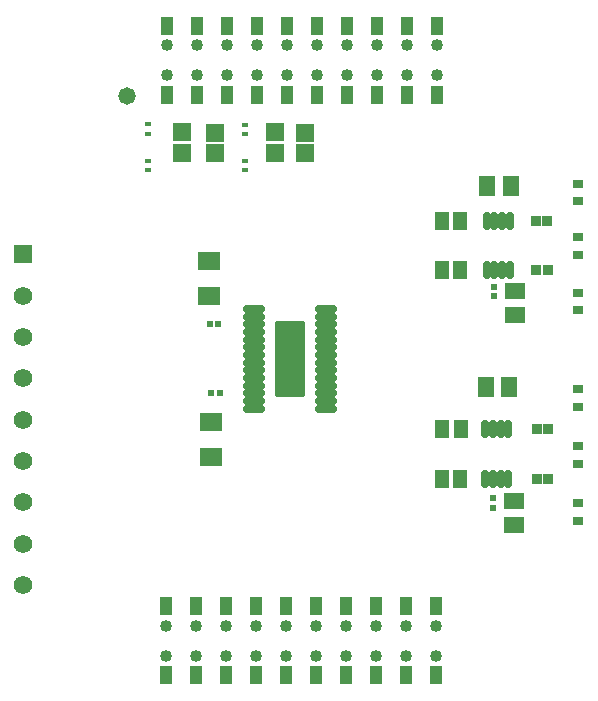
<source format=gbr>
%TF.GenerationSoftware,Altium Limited,Altium Designer,22.9.1 (49)*%
G04 Layer_Color=8388736*
%FSLAX25Y25*%
%MOIN*%
%TF.SameCoordinates,3D4AB22D-4464-4A1E-8ED4-CD8DD9DE0D00*%
%TF.FilePolarity,Negative*%
%TF.FileFunction,Soldermask,Top*%
%TF.Part,Single*%
G01*
G75*
%TA.AperFunction,ConnectorPad*%
%ADD10R,0.03937X0.06142*%
%TA.AperFunction,SMDPad,CuDef*%
%ADD11R,0.03937X0.06142*%
%ADD14R,0.06127X0.06213*%
%ADD16R,0.07316X0.05928*%
%ADD17R,0.03543X0.03150*%
%ADD19R,0.02029X0.01860*%
%ADD20R,0.01968X0.01575*%
%ADD25R,0.02047X0.02047*%
%TA.AperFunction,ComponentPad*%
%ADD28C,0.04016*%
%ADD29C,0.06165*%
%ADD30R,0.06165X0.06165*%
%TA.AperFunction,ViaPad*%
%ADD33C,0.02375*%
%ADD34C,0.05800*%
%TA.AperFunction,SMDPad,CuDef*%
G04:AMPARAMS|DCode=39|XSize=102.49mil|YSize=250.91mil|CornerRadius=5.89mil|HoleSize=0mil|Usage=FLASHONLY|Rotation=0.000|XOffset=0mil|YOffset=0mil|HoleType=Round|Shape=RoundedRectangle|*
%AMROUNDEDRECTD39*
21,1,0.10249,0.23913,0,0,0.0*
21,1,0.09071,0.25091,0,0,0.0*
1,1,0.01178,0.04535,-0.11957*
1,1,0.01178,-0.04535,-0.11957*
1,1,0.01178,-0.04535,0.11957*
1,1,0.01178,0.04535,0.11957*
%
%ADD39ROUNDEDRECTD39*%
G04:AMPARAMS|DCode=40|XSize=25.72mil|YSize=70.99mil|CornerRadius=5.95mil|HoleSize=0mil|Usage=FLASHONLY|Rotation=90.000|XOffset=0mil|YOffset=0mil|HoleType=Round|Shape=RoundedRectangle|*
%AMROUNDEDRECTD40*
21,1,0.02572,0.05909,0,0,90.0*
21,1,0.01382,0.07099,0,0,90.0*
1,1,0.01190,0.02955,0.00691*
1,1,0.01190,0.02955,-0.00691*
1,1,0.01190,-0.02955,-0.00691*
1,1,0.01190,-0.02955,0.00691*
%
%ADD40ROUNDEDRECTD40*%
%ADD41R,0.04540X0.06115*%
%ADD42R,0.03556X0.03359*%
%ADD43R,0.05524X0.06509*%
%ADD44R,0.06509X0.05524*%
G04:AMPARAMS|DCode=45|XSize=25.72mil|YSize=59.18mil|CornerRadius=8.43mil|HoleSize=0mil|Usage=FLASHONLY|Rotation=180.000|XOffset=0mil|YOffset=0mil|HoleType=Round|Shape=RoundedRectangle|*
%AMROUNDEDRECTD45*
21,1,0.02572,0.04232,0,0,180.0*
21,1,0.00886,0.05918,0,0,180.0*
1,1,0.01686,-0.00443,0.02116*
1,1,0.01686,0.00443,0.02116*
1,1,0.01686,0.00443,-0.02116*
1,1,0.01686,-0.00443,-0.02116*
%
%ADD45ROUNDEDRECTD45*%
G04:AMPARAMS|DCode=46|XSize=25.72mil|YSize=59.18mil|CornerRadius=8.43mil|HoleSize=0mil|Usage=FLASHONLY|Rotation=180.000|XOffset=0mil|YOffset=0mil|HoleType=Round|Shape=RoundedRectangle|*
%AMROUNDEDRECTD46*
21,1,0.02572,0.04232,0,0,180.0*
21,1,0.00886,0.05918,0,0,180.0*
1,1,0.01686,-0.00443,0.02116*
1,1,0.01686,0.00443,0.02116*
1,1,0.01686,0.00443,-0.02116*
1,1,0.01686,-0.00443,-0.02116*
%
%ADD46ROUNDEDRECTD46*%
D10*
X126417Y247563D02*
D03*
X206417Y270437D02*
D03*
Y247563D02*
D03*
X196417Y270437D02*
D03*
Y247563D02*
D03*
X186417Y270437D02*
D03*
Y247563D02*
D03*
X176417Y270437D02*
D03*
Y247563D02*
D03*
X166417Y270437D02*
D03*
Y247563D02*
D03*
X156417Y270437D02*
D03*
Y247563D02*
D03*
X146417Y270437D02*
D03*
Y247563D02*
D03*
X136417Y270437D02*
D03*
Y247563D02*
D03*
X126417Y270437D02*
D03*
X116417D02*
D03*
Y247563D02*
D03*
D11*
X116000Y54063D02*
D03*
X136000D02*
D03*
X146000D02*
D03*
X156000D02*
D03*
X166000D02*
D03*
X176000D02*
D03*
X186000D02*
D03*
X196000D02*
D03*
X206000D02*
D03*
Y76937D02*
D03*
X196000D02*
D03*
X186000D02*
D03*
X176000D02*
D03*
X166000D02*
D03*
X156000D02*
D03*
X146000D02*
D03*
X136000D02*
D03*
X126000D02*
D03*
Y54063D02*
D03*
X116000Y76937D02*
D03*
D14*
X152500Y228145D02*
D03*
Y234949D02*
D03*
X162500Y228098D02*
D03*
Y234902D02*
D03*
X121500Y228145D02*
D03*
Y234949D02*
D03*
X132500Y228098D02*
D03*
Y234902D02*
D03*
D16*
X130500Y180500D02*
D03*
Y192124D02*
D03*
X131000Y138500D02*
D03*
Y126876D02*
D03*
D17*
X253500Y194047D02*
D03*
Y199953D02*
D03*
Y149453D02*
D03*
Y143547D02*
D03*
Y175594D02*
D03*
Y181500D02*
D03*
Y124547D02*
D03*
Y130453D02*
D03*
Y217905D02*
D03*
Y212000D02*
D03*
Y105547D02*
D03*
Y111453D02*
D03*
D19*
X133990Y148000D02*
D03*
X131010D02*
D03*
X133490Y171000D02*
D03*
X130510D02*
D03*
D20*
X110000Y222350D02*
D03*
Y225500D02*
D03*
Y234500D02*
D03*
Y237650D02*
D03*
X142500Y234425D02*
D03*
Y237575D02*
D03*
Y222425D02*
D03*
Y225575D02*
D03*
D25*
X225500Y183575D02*
D03*
Y180425D02*
D03*
X225000Y113000D02*
D03*
Y109850D02*
D03*
D28*
X206000Y60500D02*
D03*
X196000D02*
D03*
X186000D02*
D03*
X176000D02*
D03*
X166000D02*
D03*
X156000D02*
D03*
X146000D02*
D03*
X136000D02*
D03*
X126000D02*
D03*
X116000D02*
D03*
X206000Y70500D02*
D03*
X196000D02*
D03*
X186000D02*
D03*
X176000D02*
D03*
X166000D02*
D03*
X156000D02*
D03*
X146000D02*
D03*
X136000D02*
D03*
X126000D02*
D03*
X116000D02*
D03*
X206417Y254000D02*
D03*
X196417D02*
D03*
X186417D02*
D03*
X176417D02*
D03*
X166417D02*
D03*
X156417D02*
D03*
X146417D02*
D03*
X136417D02*
D03*
X126417D02*
D03*
X116417D02*
D03*
X206417Y264000D02*
D03*
X196417D02*
D03*
X186417D02*
D03*
X176417D02*
D03*
X166417D02*
D03*
X156417D02*
D03*
X146417D02*
D03*
X136417D02*
D03*
X126417D02*
D03*
X116417D02*
D03*
D29*
X68500Y125382D02*
D03*
Y139161D02*
D03*
Y152941D02*
D03*
Y166720D02*
D03*
Y180500D02*
D03*
Y84043D02*
D03*
Y97823D02*
D03*
Y111602D02*
D03*
D30*
Y194280D02*
D03*
D33*
X157295Y161469D02*
D03*
X161232D02*
D03*
X157295Y157531D02*
D03*
X161232D02*
D03*
X157295Y153595D02*
D03*
X161232D02*
D03*
Y165405D02*
D03*
X157295D02*
D03*
X161232Y149657D02*
D03*
X157295D02*
D03*
X153358D02*
D03*
Y165405D02*
D03*
Y153595D02*
D03*
Y157531D02*
D03*
Y161469D02*
D03*
X153358Y169343D02*
D03*
X157295D02*
D03*
X161232D02*
D03*
D34*
X103000Y247000D02*
D03*
D39*
X157295Y159500D02*
D03*
D40*
X169303Y160780D02*
D03*
X145287D02*
D03*
X169303Y158221D02*
D03*
X145287D02*
D03*
Y153102D02*
D03*
Y155661D02*
D03*
Y165898D02*
D03*
Y163339D02*
D03*
X169303Y153102D02*
D03*
Y165898D02*
D03*
X145287Y150543D02*
D03*
Y168457D02*
D03*
Y147984D02*
D03*
Y171016D02*
D03*
X169303Y163339D02*
D03*
X145287Y142866D02*
D03*
Y145425D02*
D03*
Y173575D02*
D03*
Y176134D02*
D03*
X169303Y150543D02*
D03*
Y147984D02*
D03*
Y145425D02*
D03*
Y142866D02*
D03*
Y168457D02*
D03*
Y171016D02*
D03*
Y173575D02*
D03*
Y176134D02*
D03*
Y155661D02*
D03*
D41*
X214051Y189000D02*
D03*
X207949D02*
D03*
X214000Y205500D02*
D03*
X207898D02*
D03*
X214209Y136000D02*
D03*
X208106D02*
D03*
X214051Y119500D02*
D03*
X207949D02*
D03*
D42*
X243370Y136000D02*
D03*
X239630D02*
D03*
X243370Y119500D02*
D03*
X239630D02*
D03*
X243000Y205500D02*
D03*
X239260D02*
D03*
X243240Y189000D02*
D03*
X239500D02*
D03*
D43*
X222563Y150000D02*
D03*
X230437D02*
D03*
X223063Y217000D02*
D03*
X230937D02*
D03*
D44*
X232000Y104126D02*
D03*
Y112000D02*
D03*
X232500Y174126D02*
D03*
Y182000D02*
D03*
D45*
X222441Y136035D02*
D03*
X230118Y119500D02*
D03*
X225000D02*
D03*
X222441D02*
D03*
X227559Y136035D02*
D03*
X225000D02*
D03*
X227559Y119500D02*
D03*
X222941Y205535D02*
D03*
X230618Y189000D02*
D03*
X225500D02*
D03*
X222941D02*
D03*
X228059Y205535D02*
D03*
X225500D02*
D03*
X228059Y189000D02*
D03*
D46*
X230118Y136035D02*
D03*
X230618Y205535D02*
D03*
%TF.MD5,745044e8ee1854e6eb4137891cc9df63*%
M02*

</source>
